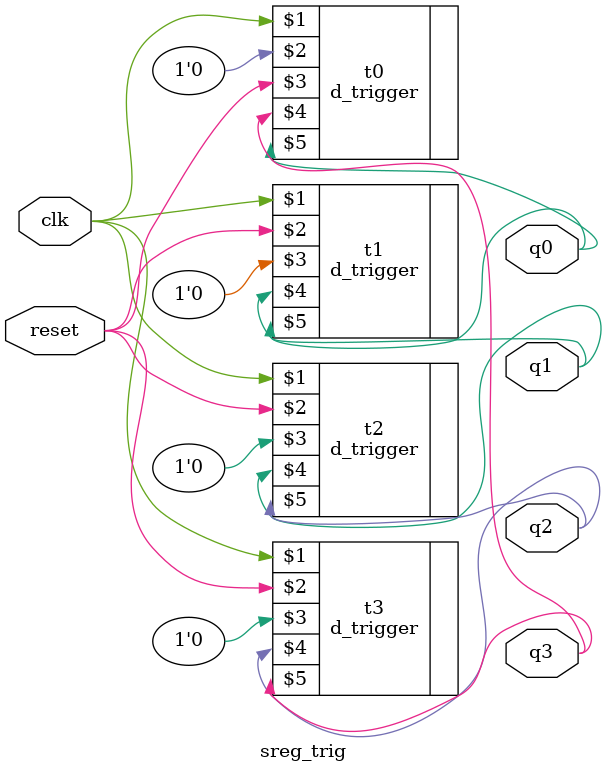
<source format=sv>
module sreg_trig(input  logic clk,
                    input  logic reset,
                    output logic  q0, q1, q2, q3);
	
  d_trigger t0(clk, 1'b0, reset, q3, q0);
  d_trigger t1(clk, reset, 1'b0, q0, q1);
  d_trigger t2(clk, reset, 1'b0, q1, q2);
  d_trigger t3(clk, reset, 1'b0, q2, q3);
  
 
 
endmodule
</source>
